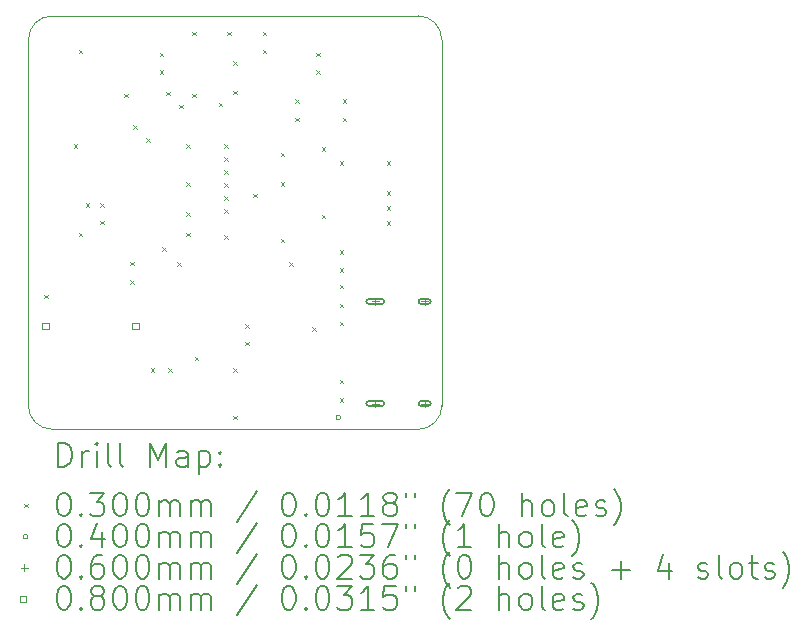
<source format=gbr>
%FSLAX45Y45*%
G04 Gerber Fmt 4.5, Leading zero omitted, Abs format (unit mm)*
G04 Created by KiCad (PCBNEW (6.0.4)) date 2023-08-29 14:34:25*
%MOMM*%
%LPD*%
G01*
G04 APERTURE LIST*
%TA.AperFunction,Profile*%
%ADD10C,0.100000*%
%TD*%
%ADD11C,0.200000*%
%ADD12C,0.030000*%
%ADD13C,0.040000*%
%ADD14C,0.060000*%
%ADD15C,0.080000*%
G04 APERTURE END LIST*
D10*
X17400000Y-8200000D02*
G75*
G03*
X17200000Y-8000000I-200000J0D01*
G01*
X17400000Y-8200000D02*
X17400000Y-11300000D01*
X14100000Y-8000000D02*
G75*
G03*
X13900000Y-8200000I0J-200000D01*
G01*
X17200000Y-11500000D02*
G75*
G03*
X17400000Y-11300000I0J200000D01*
G01*
X14100000Y-8000000D02*
X17200000Y-8000000D01*
X13900000Y-11300000D02*
X13900000Y-8200000D01*
X17200000Y-11500000D02*
X14100000Y-11500000D01*
X13900000Y-11300000D02*
G75*
G03*
X14100000Y-11500000I200000J0D01*
G01*
D11*
D12*
X14035000Y-10360000D02*
X14065000Y-10390000D01*
X14065000Y-10360000D02*
X14035000Y-10390000D01*
X14285000Y-9085000D02*
X14315000Y-9115000D01*
X14315000Y-9085000D02*
X14285000Y-9115000D01*
X14325000Y-8285000D02*
X14355000Y-8315000D01*
X14355000Y-8285000D02*
X14325000Y-8315000D01*
X14325000Y-9835000D02*
X14355000Y-9865000D01*
X14355000Y-9835000D02*
X14325000Y-9865000D01*
X14385000Y-9585000D02*
X14415000Y-9615000D01*
X14415000Y-9585000D02*
X14385000Y-9615000D01*
X14510000Y-9585000D02*
X14540000Y-9615000D01*
X14540000Y-9585000D02*
X14510000Y-9615000D01*
X14510000Y-9734000D02*
X14540000Y-9764000D01*
X14540000Y-9734000D02*
X14510000Y-9764000D01*
X14710000Y-8660000D02*
X14740000Y-8690000D01*
X14740000Y-8660000D02*
X14710000Y-8690000D01*
X14760000Y-10082500D02*
X14790000Y-10112500D01*
X14790000Y-10082500D02*
X14760000Y-10112500D01*
X14760000Y-10237500D02*
X14790000Y-10267500D01*
X14790000Y-10237500D02*
X14760000Y-10267500D01*
X14785745Y-8924654D02*
X14815745Y-8954654D01*
X14815745Y-8924654D02*
X14785745Y-8954654D01*
X14895346Y-9034255D02*
X14925346Y-9064255D01*
X14925346Y-9034255D02*
X14895346Y-9064255D01*
X14935000Y-10983000D02*
X14965000Y-11013000D01*
X14965000Y-10983000D02*
X14935000Y-11013000D01*
X15010000Y-8310000D02*
X15040000Y-8340000D01*
X15040000Y-8310000D02*
X15010000Y-8340000D01*
X15010000Y-8460000D02*
X15040000Y-8490000D01*
X15040000Y-8460000D02*
X15010000Y-8490000D01*
X15035000Y-9960000D02*
X15065000Y-9990000D01*
X15065000Y-9960000D02*
X15035000Y-9990000D01*
X15068588Y-8641811D02*
X15098588Y-8671811D01*
X15098588Y-8641811D02*
X15068588Y-8671811D01*
X15085000Y-10983000D02*
X15115000Y-11013000D01*
X15115000Y-10983000D02*
X15085000Y-11013000D01*
X15160000Y-10085000D02*
X15190000Y-10115000D01*
X15190000Y-10085000D02*
X15160000Y-10115000D01*
X15178189Y-8751412D02*
X15208189Y-8781412D01*
X15208189Y-8751412D02*
X15178189Y-8781412D01*
X15235000Y-9085000D02*
X15265000Y-9115000D01*
X15265000Y-9085000D02*
X15235000Y-9115000D01*
X15235000Y-9410000D02*
X15265000Y-9440000D01*
X15265000Y-9410000D02*
X15235000Y-9440000D01*
X15235000Y-9660000D02*
X15265000Y-9690000D01*
X15265000Y-9660000D02*
X15235000Y-9690000D01*
X15235000Y-9835000D02*
X15265000Y-9865000D01*
X15265000Y-9835000D02*
X15235000Y-9865000D01*
X15285000Y-8660000D02*
X15315000Y-8690000D01*
X15315000Y-8660000D02*
X15285000Y-8690000D01*
X15287500Y-8135000D02*
X15317500Y-8165000D01*
X15317500Y-8135000D02*
X15287500Y-8165000D01*
X15310000Y-10885000D02*
X15340000Y-10915000D01*
X15340000Y-10885000D02*
X15310000Y-10915000D01*
X15510000Y-8735000D02*
X15540000Y-8765000D01*
X15540000Y-8735000D02*
X15510000Y-8765000D01*
X15560000Y-9085000D02*
X15590000Y-9115000D01*
X15590000Y-9085000D02*
X15560000Y-9115000D01*
X15560000Y-9195000D02*
X15590000Y-9225000D01*
X15590000Y-9195000D02*
X15560000Y-9225000D01*
X15560000Y-9305000D02*
X15590000Y-9335000D01*
X15590000Y-9305000D02*
X15560000Y-9335000D01*
X15560000Y-9415000D02*
X15590000Y-9445000D01*
X15590000Y-9415000D02*
X15560000Y-9445000D01*
X15560000Y-9525000D02*
X15590000Y-9555000D01*
X15590000Y-9525000D02*
X15560000Y-9555000D01*
X15560000Y-9635000D02*
X15590000Y-9665000D01*
X15590000Y-9635000D02*
X15560000Y-9665000D01*
X15560000Y-9855000D02*
X15590000Y-9885000D01*
X15590000Y-9855000D02*
X15560000Y-9885000D01*
X15585000Y-8135000D02*
X15615000Y-8165000D01*
X15615000Y-8135000D02*
X15585000Y-8165000D01*
X15635000Y-8385000D02*
X15665000Y-8415000D01*
X15665000Y-8385000D02*
X15635000Y-8415000D01*
X15635000Y-8635000D02*
X15665000Y-8665000D01*
X15665000Y-8635000D02*
X15635000Y-8665000D01*
X15635000Y-10985000D02*
X15665000Y-11015000D01*
X15665000Y-10985000D02*
X15635000Y-11015000D01*
X15635000Y-11385000D02*
X15665000Y-11415000D01*
X15665000Y-11385000D02*
X15635000Y-11415000D01*
X15735000Y-10610000D02*
X15765000Y-10640000D01*
X15765000Y-10610000D02*
X15735000Y-10640000D01*
X15735000Y-10760000D02*
X15765000Y-10790000D01*
X15765000Y-10760000D02*
X15735000Y-10790000D01*
X15805000Y-9505000D02*
X15835000Y-9535000D01*
X15835000Y-9505000D02*
X15805000Y-9535000D01*
X15885000Y-8135000D02*
X15915000Y-8165000D01*
X15915000Y-8135000D02*
X15885000Y-8165000D01*
X15885000Y-8285000D02*
X15915000Y-8315000D01*
X15915000Y-8285000D02*
X15885000Y-8315000D01*
X16035000Y-9160000D02*
X16065000Y-9190000D01*
X16065000Y-9160000D02*
X16035000Y-9190000D01*
X16035000Y-9410000D02*
X16065000Y-9440000D01*
X16065000Y-9410000D02*
X16035000Y-9440000D01*
X16035000Y-9885000D02*
X16065000Y-9915000D01*
X16065000Y-9885000D02*
X16035000Y-9915000D01*
X16110000Y-10085000D02*
X16140000Y-10115000D01*
X16140000Y-10085000D02*
X16110000Y-10115000D01*
X16160000Y-8707500D02*
X16190000Y-8737500D01*
X16190000Y-8707500D02*
X16160000Y-8737500D01*
X16160000Y-8862500D02*
X16190000Y-8892500D01*
X16190000Y-8862500D02*
X16160000Y-8892500D01*
X16302500Y-10635000D02*
X16332500Y-10665000D01*
X16332500Y-10635000D02*
X16302500Y-10665000D01*
X16335000Y-8310000D02*
X16365000Y-8340000D01*
X16365000Y-8310000D02*
X16335000Y-8340000D01*
X16335000Y-8460000D02*
X16365000Y-8490000D01*
X16365000Y-8460000D02*
X16335000Y-8490000D01*
X16385000Y-9110000D02*
X16415000Y-9140000D01*
X16415000Y-9110000D02*
X16385000Y-9140000D01*
X16385000Y-9685000D02*
X16415000Y-9715000D01*
X16415000Y-9685000D02*
X16385000Y-9715000D01*
X16535000Y-9231000D02*
X16565000Y-9261000D01*
X16565000Y-9231000D02*
X16535000Y-9261000D01*
X16535000Y-9985000D02*
X16565000Y-10015000D01*
X16565000Y-9985000D02*
X16535000Y-10015000D01*
X16535000Y-10135000D02*
X16565000Y-10165000D01*
X16565000Y-10135000D02*
X16535000Y-10165000D01*
X16535000Y-10277500D02*
X16565000Y-10307500D01*
X16565000Y-10277500D02*
X16535000Y-10307500D01*
X16535000Y-10435000D02*
X16565000Y-10465000D01*
X16565000Y-10435000D02*
X16535000Y-10465000D01*
X16535000Y-10590000D02*
X16565000Y-10620000D01*
X16565000Y-10590000D02*
X16535000Y-10620000D01*
X16535000Y-11080000D02*
X16565000Y-11110000D01*
X16565000Y-11080000D02*
X16535000Y-11110000D01*
X16535000Y-11235000D02*
X16565000Y-11265000D01*
X16565000Y-11235000D02*
X16535000Y-11265000D01*
X16560000Y-8707500D02*
X16590000Y-8737500D01*
X16590000Y-8707500D02*
X16560000Y-8737500D01*
X16560000Y-8862500D02*
X16590000Y-8892500D01*
X16590000Y-8862500D02*
X16560000Y-8892500D01*
X16935000Y-9231000D02*
X16965000Y-9261000D01*
X16965000Y-9231000D02*
X16935000Y-9261000D01*
X16935000Y-9485000D02*
X16965000Y-9515000D01*
X16965000Y-9485000D02*
X16935000Y-9515000D01*
X16935000Y-9612000D02*
X16965000Y-9642000D01*
X16965000Y-9612000D02*
X16935000Y-9642000D01*
X16935000Y-9739000D02*
X16965000Y-9769000D01*
X16965000Y-9739000D02*
X16935000Y-9769000D01*
D13*
X16545000Y-11400000D02*
G75*
G03*
X16545000Y-11400000I-20000J0D01*
G01*
D14*
X16837000Y-10388000D02*
X16837000Y-10448000D01*
X16807000Y-10418000D02*
X16867000Y-10418000D01*
D11*
X16782000Y-10438000D02*
X16892000Y-10438000D01*
X16782000Y-10398000D02*
X16892000Y-10398000D01*
X16892000Y-10438000D02*
G75*
G03*
X16892000Y-10398000I0J20000D01*
G01*
X16782000Y-10398000D02*
G75*
G03*
X16782000Y-10438000I0J-20000D01*
G01*
D14*
X16837000Y-11252000D02*
X16837000Y-11312000D01*
X16807000Y-11282000D02*
X16867000Y-11282000D01*
D11*
X16782000Y-11302000D02*
X16892000Y-11302000D01*
X16782000Y-11262000D02*
X16892000Y-11262000D01*
X16892000Y-11302000D02*
G75*
G03*
X16892000Y-11262000I0J20000D01*
G01*
X16782000Y-11262000D02*
G75*
G03*
X16782000Y-11302000I0J-20000D01*
G01*
D14*
X17255000Y-10388000D02*
X17255000Y-10448000D01*
X17225000Y-10418000D02*
X17285000Y-10418000D01*
D11*
X17225000Y-10438000D02*
X17285000Y-10438000D01*
X17225000Y-10398000D02*
X17285000Y-10398000D01*
X17285000Y-10438000D02*
G75*
G03*
X17285000Y-10398000I0J20000D01*
G01*
X17225000Y-10398000D02*
G75*
G03*
X17225000Y-10438000I0J-20000D01*
G01*
D14*
X17255000Y-11252000D02*
X17255000Y-11312000D01*
X17225000Y-11282000D02*
X17285000Y-11282000D01*
D11*
X17225000Y-11302000D02*
X17285000Y-11302000D01*
X17225000Y-11262000D02*
X17285000Y-11262000D01*
X17285000Y-11302000D02*
G75*
G03*
X17285000Y-11262000I0J20000D01*
G01*
X17225000Y-11262000D02*
G75*
G03*
X17225000Y-11302000I0J-20000D01*
G01*
D15*
X14071284Y-10653285D02*
X14071284Y-10596716D01*
X14014715Y-10596716D01*
X14014715Y-10653285D01*
X14071284Y-10653285D01*
X14833284Y-10653285D02*
X14833284Y-10596716D01*
X14776715Y-10596716D01*
X14776715Y-10653285D01*
X14833284Y-10653285D01*
D11*
X14152619Y-11815476D02*
X14152619Y-11615476D01*
X14200238Y-11615476D01*
X14228809Y-11625000D01*
X14247857Y-11644048D01*
X14257381Y-11663095D01*
X14266905Y-11701190D01*
X14266905Y-11729762D01*
X14257381Y-11767857D01*
X14247857Y-11786905D01*
X14228809Y-11805952D01*
X14200238Y-11815476D01*
X14152619Y-11815476D01*
X14352619Y-11815476D02*
X14352619Y-11682143D01*
X14352619Y-11720238D02*
X14362143Y-11701190D01*
X14371667Y-11691667D01*
X14390714Y-11682143D01*
X14409762Y-11682143D01*
X14476428Y-11815476D02*
X14476428Y-11682143D01*
X14476428Y-11615476D02*
X14466905Y-11625000D01*
X14476428Y-11634524D01*
X14485952Y-11625000D01*
X14476428Y-11615476D01*
X14476428Y-11634524D01*
X14600238Y-11815476D02*
X14581190Y-11805952D01*
X14571667Y-11786905D01*
X14571667Y-11615476D01*
X14705000Y-11815476D02*
X14685952Y-11805952D01*
X14676428Y-11786905D01*
X14676428Y-11615476D01*
X14933571Y-11815476D02*
X14933571Y-11615476D01*
X15000238Y-11758333D01*
X15066905Y-11615476D01*
X15066905Y-11815476D01*
X15247857Y-11815476D02*
X15247857Y-11710714D01*
X15238333Y-11691667D01*
X15219286Y-11682143D01*
X15181190Y-11682143D01*
X15162143Y-11691667D01*
X15247857Y-11805952D02*
X15228809Y-11815476D01*
X15181190Y-11815476D01*
X15162143Y-11805952D01*
X15152619Y-11786905D01*
X15152619Y-11767857D01*
X15162143Y-11748809D01*
X15181190Y-11739286D01*
X15228809Y-11739286D01*
X15247857Y-11729762D01*
X15343095Y-11682143D02*
X15343095Y-11882143D01*
X15343095Y-11691667D02*
X15362143Y-11682143D01*
X15400238Y-11682143D01*
X15419286Y-11691667D01*
X15428809Y-11701190D01*
X15438333Y-11720238D01*
X15438333Y-11777381D01*
X15428809Y-11796428D01*
X15419286Y-11805952D01*
X15400238Y-11815476D01*
X15362143Y-11815476D01*
X15343095Y-11805952D01*
X15524048Y-11796428D02*
X15533571Y-11805952D01*
X15524048Y-11815476D01*
X15514524Y-11805952D01*
X15524048Y-11796428D01*
X15524048Y-11815476D01*
X15524048Y-11691667D02*
X15533571Y-11701190D01*
X15524048Y-11710714D01*
X15514524Y-11701190D01*
X15524048Y-11691667D01*
X15524048Y-11710714D01*
D12*
X13865000Y-12130000D02*
X13895000Y-12160000D01*
X13895000Y-12130000D02*
X13865000Y-12160000D01*
D11*
X14190714Y-12035476D02*
X14209762Y-12035476D01*
X14228809Y-12045000D01*
X14238333Y-12054524D01*
X14247857Y-12073571D01*
X14257381Y-12111667D01*
X14257381Y-12159286D01*
X14247857Y-12197381D01*
X14238333Y-12216428D01*
X14228809Y-12225952D01*
X14209762Y-12235476D01*
X14190714Y-12235476D01*
X14171667Y-12225952D01*
X14162143Y-12216428D01*
X14152619Y-12197381D01*
X14143095Y-12159286D01*
X14143095Y-12111667D01*
X14152619Y-12073571D01*
X14162143Y-12054524D01*
X14171667Y-12045000D01*
X14190714Y-12035476D01*
X14343095Y-12216428D02*
X14352619Y-12225952D01*
X14343095Y-12235476D01*
X14333571Y-12225952D01*
X14343095Y-12216428D01*
X14343095Y-12235476D01*
X14419286Y-12035476D02*
X14543095Y-12035476D01*
X14476428Y-12111667D01*
X14505000Y-12111667D01*
X14524048Y-12121190D01*
X14533571Y-12130714D01*
X14543095Y-12149762D01*
X14543095Y-12197381D01*
X14533571Y-12216428D01*
X14524048Y-12225952D01*
X14505000Y-12235476D01*
X14447857Y-12235476D01*
X14428809Y-12225952D01*
X14419286Y-12216428D01*
X14666905Y-12035476D02*
X14685952Y-12035476D01*
X14705000Y-12045000D01*
X14714524Y-12054524D01*
X14724048Y-12073571D01*
X14733571Y-12111667D01*
X14733571Y-12159286D01*
X14724048Y-12197381D01*
X14714524Y-12216428D01*
X14705000Y-12225952D01*
X14685952Y-12235476D01*
X14666905Y-12235476D01*
X14647857Y-12225952D01*
X14638333Y-12216428D01*
X14628809Y-12197381D01*
X14619286Y-12159286D01*
X14619286Y-12111667D01*
X14628809Y-12073571D01*
X14638333Y-12054524D01*
X14647857Y-12045000D01*
X14666905Y-12035476D01*
X14857381Y-12035476D02*
X14876428Y-12035476D01*
X14895476Y-12045000D01*
X14905000Y-12054524D01*
X14914524Y-12073571D01*
X14924048Y-12111667D01*
X14924048Y-12159286D01*
X14914524Y-12197381D01*
X14905000Y-12216428D01*
X14895476Y-12225952D01*
X14876428Y-12235476D01*
X14857381Y-12235476D01*
X14838333Y-12225952D01*
X14828809Y-12216428D01*
X14819286Y-12197381D01*
X14809762Y-12159286D01*
X14809762Y-12111667D01*
X14819286Y-12073571D01*
X14828809Y-12054524D01*
X14838333Y-12045000D01*
X14857381Y-12035476D01*
X15009762Y-12235476D02*
X15009762Y-12102143D01*
X15009762Y-12121190D02*
X15019286Y-12111667D01*
X15038333Y-12102143D01*
X15066905Y-12102143D01*
X15085952Y-12111667D01*
X15095476Y-12130714D01*
X15095476Y-12235476D01*
X15095476Y-12130714D02*
X15105000Y-12111667D01*
X15124048Y-12102143D01*
X15152619Y-12102143D01*
X15171667Y-12111667D01*
X15181190Y-12130714D01*
X15181190Y-12235476D01*
X15276428Y-12235476D02*
X15276428Y-12102143D01*
X15276428Y-12121190D02*
X15285952Y-12111667D01*
X15305000Y-12102143D01*
X15333571Y-12102143D01*
X15352619Y-12111667D01*
X15362143Y-12130714D01*
X15362143Y-12235476D01*
X15362143Y-12130714D02*
X15371667Y-12111667D01*
X15390714Y-12102143D01*
X15419286Y-12102143D01*
X15438333Y-12111667D01*
X15447857Y-12130714D01*
X15447857Y-12235476D01*
X15838333Y-12025952D02*
X15666905Y-12283095D01*
X16095476Y-12035476D02*
X16114524Y-12035476D01*
X16133571Y-12045000D01*
X16143095Y-12054524D01*
X16152619Y-12073571D01*
X16162143Y-12111667D01*
X16162143Y-12159286D01*
X16152619Y-12197381D01*
X16143095Y-12216428D01*
X16133571Y-12225952D01*
X16114524Y-12235476D01*
X16095476Y-12235476D01*
X16076428Y-12225952D01*
X16066905Y-12216428D01*
X16057381Y-12197381D01*
X16047857Y-12159286D01*
X16047857Y-12111667D01*
X16057381Y-12073571D01*
X16066905Y-12054524D01*
X16076428Y-12045000D01*
X16095476Y-12035476D01*
X16247857Y-12216428D02*
X16257381Y-12225952D01*
X16247857Y-12235476D01*
X16238333Y-12225952D01*
X16247857Y-12216428D01*
X16247857Y-12235476D01*
X16381190Y-12035476D02*
X16400238Y-12035476D01*
X16419286Y-12045000D01*
X16428809Y-12054524D01*
X16438333Y-12073571D01*
X16447857Y-12111667D01*
X16447857Y-12159286D01*
X16438333Y-12197381D01*
X16428809Y-12216428D01*
X16419286Y-12225952D01*
X16400238Y-12235476D01*
X16381190Y-12235476D01*
X16362143Y-12225952D01*
X16352619Y-12216428D01*
X16343095Y-12197381D01*
X16333571Y-12159286D01*
X16333571Y-12111667D01*
X16343095Y-12073571D01*
X16352619Y-12054524D01*
X16362143Y-12045000D01*
X16381190Y-12035476D01*
X16638333Y-12235476D02*
X16524048Y-12235476D01*
X16581190Y-12235476D02*
X16581190Y-12035476D01*
X16562143Y-12064048D01*
X16543095Y-12083095D01*
X16524048Y-12092619D01*
X16828810Y-12235476D02*
X16714524Y-12235476D01*
X16771667Y-12235476D02*
X16771667Y-12035476D01*
X16752619Y-12064048D01*
X16733571Y-12083095D01*
X16714524Y-12092619D01*
X16943095Y-12121190D02*
X16924048Y-12111667D01*
X16914524Y-12102143D01*
X16905000Y-12083095D01*
X16905000Y-12073571D01*
X16914524Y-12054524D01*
X16924048Y-12045000D01*
X16943095Y-12035476D01*
X16981190Y-12035476D01*
X17000238Y-12045000D01*
X17009762Y-12054524D01*
X17019286Y-12073571D01*
X17019286Y-12083095D01*
X17009762Y-12102143D01*
X17000238Y-12111667D01*
X16981190Y-12121190D01*
X16943095Y-12121190D01*
X16924048Y-12130714D01*
X16914524Y-12140238D01*
X16905000Y-12159286D01*
X16905000Y-12197381D01*
X16914524Y-12216428D01*
X16924048Y-12225952D01*
X16943095Y-12235476D01*
X16981190Y-12235476D01*
X17000238Y-12225952D01*
X17009762Y-12216428D01*
X17019286Y-12197381D01*
X17019286Y-12159286D01*
X17009762Y-12140238D01*
X17000238Y-12130714D01*
X16981190Y-12121190D01*
X17095476Y-12035476D02*
X17095476Y-12073571D01*
X17171667Y-12035476D02*
X17171667Y-12073571D01*
X17466905Y-12311667D02*
X17457381Y-12302143D01*
X17438333Y-12273571D01*
X17428810Y-12254524D01*
X17419286Y-12225952D01*
X17409762Y-12178333D01*
X17409762Y-12140238D01*
X17419286Y-12092619D01*
X17428810Y-12064048D01*
X17438333Y-12045000D01*
X17457381Y-12016428D01*
X17466905Y-12006905D01*
X17524048Y-12035476D02*
X17657381Y-12035476D01*
X17571667Y-12235476D01*
X17771667Y-12035476D02*
X17790714Y-12035476D01*
X17809762Y-12045000D01*
X17819286Y-12054524D01*
X17828810Y-12073571D01*
X17838333Y-12111667D01*
X17838333Y-12159286D01*
X17828810Y-12197381D01*
X17819286Y-12216428D01*
X17809762Y-12225952D01*
X17790714Y-12235476D01*
X17771667Y-12235476D01*
X17752619Y-12225952D01*
X17743095Y-12216428D01*
X17733571Y-12197381D01*
X17724048Y-12159286D01*
X17724048Y-12111667D01*
X17733571Y-12073571D01*
X17743095Y-12054524D01*
X17752619Y-12045000D01*
X17771667Y-12035476D01*
X18076429Y-12235476D02*
X18076429Y-12035476D01*
X18162143Y-12235476D02*
X18162143Y-12130714D01*
X18152619Y-12111667D01*
X18133571Y-12102143D01*
X18105000Y-12102143D01*
X18085952Y-12111667D01*
X18076429Y-12121190D01*
X18285952Y-12235476D02*
X18266905Y-12225952D01*
X18257381Y-12216428D01*
X18247857Y-12197381D01*
X18247857Y-12140238D01*
X18257381Y-12121190D01*
X18266905Y-12111667D01*
X18285952Y-12102143D01*
X18314524Y-12102143D01*
X18333571Y-12111667D01*
X18343095Y-12121190D01*
X18352619Y-12140238D01*
X18352619Y-12197381D01*
X18343095Y-12216428D01*
X18333571Y-12225952D01*
X18314524Y-12235476D01*
X18285952Y-12235476D01*
X18466905Y-12235476D02*
X18447857Y-12225952D01*
X18438333Y-12206905D01*
X18438333Y-12035476D01*
X18619286Y-12225952D02*
X18600238Y-12235476D01*
X18562143Y-12235476D01*
X18543095Y-12225952D01*
X18533571Y-12206905D01*
X18533571Y-12130714D01*
X18543095Y-12111667D01*
X18562143Y-12102143D01*
X18600238Y-12102143D01*
X18619286Y-12111667D01*
X18628810Y-12130714D01*
X18628810Y-12149762D01*
X18533571Y-12168809D01*
X18705000Y-12225952D02*
X18724048Y-12235476D01*
X18762143Y-12235476D01*
X18781190Y-12225952D01*
X18790714Y-12206905D01*
X18790714Y-12197381D01*
X18781190Y-12178333D01*
X18762143Y-12168809D01*
X18733571Y-12168809D01*
X18714524Y-12159286D01*
X18705000Y-12140238D01*
X18705000Y-12130714D01*
X18714524Y-12111667D01*
X18733571Y-12102143D01*
X18762143Y-12102143D01*
X18781190Y-12111667D01*
X18857381Y-12311667D02*
X18866905Y-12302143D01*
X18885952Y-12273571D01*
X18895476Y-12254524D01*
X18905000Y-12225952D01*
X18914524Y-12178333D01*
X18914524Y-12140238D01*
X18905000Y-12092619D01*
X18895476Y-12064048D01*
X18885952Y-12045000D01*
X18866905Y-12016428D01*
X18857381Y-12006905D01*
D13*
X13895000Y-12409000D02*
G75*
G03*
X13895000Y-12409000I-20000J0D01*
G01*
D11*
X14190714Y-12299476D02*
X14209762Y-12299476D01*
X14228809Y-12309000D01*
X14238333Y-12318524D01*
X14247857Y-12337571D01*
X14257381Y-12375667D01*
X14257381Y-12423286D01*
X14247857Y-12461381D01*
X14238333Y-12480428D01*
X14228809Y-12489952D01*
X14209762Y-12499476D01*
X14190714Y-12499476D01*
X14171667Y-12489952D01*
X14162143Y-12480428D01*
X14152619Y-12461381D01*
X14143095Y-12423286D01*
X14143095Y-12375667D01*
X14152619Y-12337571D01*
X14162143Y-12318524D01*
X14171667Y-12309000D01*
X14190714Y-12299476D01*
X14343095Y-12480428D02*
X14352619Y-12489952D01*
X14343095Y-12499476D01*
X14333571Y-12489952D01*
X14343095Y-12480428D01*
X14343095Y-12499476D01*
X14524048Y-12366143D02*
X14524048Y-12499476D01*
X14476428Y-12289952D02*
X14428809Y-12432809D01*
X14552619Y-12432809D01*
X14666905Y-12299476D02*
X14685952Y-12299476D01*
X14705000Y-12309000D01*
X14714524Y-12318524D01*
X14724048Y-12337571D01*
X14733571Y-12375667D01*
X14733571Y-12423286D01*
X14724048Y-12461381D01*
X14714524Y-12480428D01*
X14705000Y-12489952D01*
X14685952Y-12499476D01*
X14666905Y-12499476D01*
X14647857Y-12489952D01*
X14638333Y-12480428D01*
X14628809Y-12461381D01*
X14619286Y-12423286D01*
X14619286Y-12375667D01*
X14628809Y-12337571D01*
X14638333Y-12318524D01*
X14647857Y-12309000D01*
X14666905Y-12299476D01*
X14857381Y-12299476D02*
X14876428Y-12299476D01*
X14895476Y-12309000D01*
X14905000Y-12318524D01*
X14914524Y-12337571D01*
X14924048Y-12375667D01*
X14924048Y-12423286D01*
X14914524Y-12461381D01*
X14905000Y-12480428D01*
X14895476Y-12489952D01*
X14876428Y-12499476D01*
X14857381Y-12499476D01*
X14838333Y-12489952D01*
X14828809Y-12480428D01*
X14819286Y-12461381D01*
X14809762Y-12423286D01*
X14809762Y-12375667D01*
X14819286Y-12337571D01*
X14828809Y-12318524D01*
X14838333Y-12309000D01*
X14857381Y-12299476D01*
X15009762Y-12499476D02*
X15009762Y-12366143D01*
X15009762Y-12385190D02*
X15019286Y-12375667D01*
X15038333Y-12366143D01*
X15066905Y-12366143D01*
X15085952Y-12375667D01*
X15095476Y-12394714D01*
X15095476Y-12499476D01*
X15095476Y-12394714D02*
X15105000Y-12375667D01*
X15124048Y-12366143D01*
X15152619Y-12366143D01*
X15171667Y-12375667D01*
X15181190Y-12394714D01*
X15181190Y-12499476D01*
X15276428Y-12499476D02*
X15276428Y-12366143D01*
X15276428Y-12385190D02*
X15285952Y-12375667D01*
X15305000Y-12366143D01*
X15333571Y-12366143D01*
X15352619Y-12375667D01*
X15362143Y-12394714D01*
X15362143Y-12499476D01*
X15362143Y-12394714D02*
X15371667Y-12375667D01*
X15390714Y-12366143D01*
X15419286Y-12366143D01*
X15438333Y-12375667D01*
X15447857Y-12394714D01*
X15447857Y-12499476D01*
X15838333Y-12289952D02*
X15666905Y-12547095D01*
X16095476Y-12299476D02*
X16114524Y-12299476D01*
X16133571Y-12309000D01*
X16143095Y-12318524D01*
X16152619Y-12337571D01*
X16162143Y-12375667D01*
X16162143Y-12423286D01*
X16152619Y-12461381D01*
X16143095Y-12480428D01*
X16133571Y-12489952D01*
X16114524Y-12499476D01*
X16095476Y-12499476D01*
X16076428Y-12489952D01*
X16066905Y-12480428D01*
X16057381Y-12461381D01*
X16047857Y-12423286D01*
X16047857Y-12375667D01*
X16057381Y-12337571D01*
X16066905Y-12318524D01*
X16076428Y-12309000D01*
X16095476Y-12299476D01*
X16247857Y-12480428D02*
X16257381Y-12489952D01*
X16247857Y-12499476D01*
X16238333Y-12489952D01*
X16247857Y-12480428D01*
X16247857Y-12499476D01*
X16381190Y-12299476D02*
X16400238Y-12299476D01*
X16419286Y-12309000D01*
X16428809Y-12318524D01*
X16438333Y-12337571D01*
X16447857Y-12375667D01*
X16447857Y-12423286D01*
X16438333Y-12461381D01*
X16428809Y-12480428D01*
X16419286Y-12489952D01*
X16400238Y-12499476D01*
X16381190Y-12499476D01*
X16362143Y-12489952D01*
X16352619Y-12480428D01*
X16343095Y-12461381D01*
X16333571Y-12423286D01*
X16333571Y-12375667D01*
X16343095Y-12337571D01*
X16352619Y-12318524D01*
X16362143Y-12309000D01*
X16381190Y-12299476D01*
X16638333Y-12499476D02*
X16524048Y-12499476D01*
X16581190Y-12499476D02*
X16581190Y-12299476D01*
X16562143Y-12328048D01*
X16543095Y-12347095D01*
X16524048Y-12356619D01*
X16819286Y-12299476D02*
X16724048Y-12299476D01*
X16714524Y-12394714D01*
X16724048Y-12385190D01*
X16743095Y-12375667D01*
X16790714Y-12375667D01*
X16809762Y-12385190D01*
X16819286Y-12394714D01*
X16828810Y-12413762D01*
X16828810Y-12461381D01*
X16819286Y-12480428D01*
X16809762Y-12489952D01*
X16790714Y-12499476D01*
X16743095Y-12499476D01*
X16724048Y-12489952D01*
X16714524Y-12480428D01*
X16895476Y-12299476D02*
X17028810Y-12299476D01*
X16943095Y-12499476D01*
X17095476Y-12299476D02*
X17095476Y-12337571D01*
X17171667Y-12299476D02*
X17171667Y-12337571D01*
X17466905Y-12575667D02*
X17457381Y-12566143D01*
X17438333Y-12537571D01*
X17428810Y-12518524D01*
X17419286Y-12489952D01*
X17409762Y-12442333D01*
X17409762Y-12404238D01*
X17419286Y-12356619D01*
X17428810Y-12328048D01*
X17438333Y-12309000D01*
X17457381Y-12280428D01*
X17466905Y-12270905D01*
X17647857Y-12499476D02*
X17533571Y-12499476D01*
X17590714Y-12499476D02*
X17590714Y-12299476D01*
X17571667Y-12328048D01*
X17552619Y-12347095D01*
X17533571Y-12356619D01*
X17885952Y-12499476D02*
X17885952Y-12299476D01*
X17971667Y-12499476D02*
X17971667Y-12394714D01*
X17962143Y-12375667D01*
X17943095Y-12366143D01*
X17914524Y-12366143D01*
X17895476Y-12375667D01*
X17885952Y-12385190D01*
X18095476Y-12499476D02*
X18076429Y-12489952D01*
X18066905Y-12480428D01*
X18057381Y-12461381D01*
X18057381Y-12404238D01*
X18066905Y-12385190D01*
X18076429Y-12375667D01*
X18095476Y-12366143D01*
X18124048Y-12366143D01*
X18143095Y-12375667D01*
X18152619Y-12385190D01*
X18162143Y-12404238D01*
X18162143Y-12461381D01*
X18152619Y-12480428D01*
X18143095Y-12489952D01*
X18124048Y-12499476D01*
X18095476Y-12499476D01*
X18276429Y-12499476D02*
X18257381Y-12489952D01*
X18247857Y-12470905D01*
X18247857Y-12299476D01*
X18428810Y-12489952D02*
X18409762Y-12499476D01*
X18371667Y-12499476D01*
X18352619Y-12489952D01*
X18343095Y-12470905D01*
X18343095Y-12394714D01*
X18352619Y-12375667D01*
X18371667Y-12366143D01*
X18409762Y-12366143D01*
X18428810Y-12375667D01*
X18438333Y-12394714D01*
X18438333Y-12413762D01*
X18343095Y-12432809D01*
X18505000Y-12575667D02*
X18514524Y-12566143D01*
X18533571Y-12537571D01*
X18543095Y-12518524D01*
X18552619Y-12489952D01*
X18562143Y-12442333D01*
X18562143Y-12404238D01*
X18552619Y-12356619D01*
X18543095Y-12328048D01*
X18533571Y-12309000D01*
X18514524Y-12280428D01*
X18505000Y-12270905D01*
D14*
X13865000Y-12643000D02*
X13865000Y-12703000D01*
X13835000Y-12673000D02*
X13895000Y-12673000D01*
D11*
X14190714Y-12563476D02*
X14209762Y-12563476D01*
X14228809Y-12573000D01*
X14238333Y-12582524D01*
X14247857Y-12601571D01*
X14257381Y-12639667D01*
X14257381Y-12687286D01*
X14247857Y-12725381D01*
X14238333Y-12744428D01*
X14228809Y-12753952D01*
X14209762Y-12763476D01*
X14190714Y-12763476D01*
X14171667Y-12753952D01*
X14162143Y-12744428D01*
X14152619Y-12725381D01*
X14143095Y-12687286D01*
X14143095Y-12639667D01*
X14152619Y-12601571D01*
X14162143Y-12582524D01*
X14171667Y-12573000D01*
X14190714Y-12563476D01*
X14343095Y-12744428D02*
X14352619Y-12753952D01*
X14343095Y-12763476D01*
X14333571Y-12753952D01*
X14343095Y-12744428D01*
X14343095Y-12763476D01*
X14524048Y-12563476D02*
X14485952Y-12563476D01*
X14466905Y-12573000D01*
X14457381Y-12582524D01*
X14438333Y-12611095D01*
X14428809Y-12649190D01*
X14428809Y-12725381D01*
X14438333Y-12744428D01*
X14447857Y-12753952D01*
X14466905Y-12763476D01*
X14505000Y-12763476D01*
X14524048Y-12753952D01*
X14533571Y-12744428D01*
X14543095Y-12725381D01*
X14543095Y-12677762D01*
X14533571Y-12658714D01*
X14524048Y-12649190D01*
X14505000Y-12639667D01*
X14466905Y-12639667D01*
X14447857Y-12649190D01*
X14438333Y-12658714D01*
X14428809Y-12677762D01*
X14666905Y-12563476D02*
X14685952Y-12563476D01*
X14705000Y-12573000D01*
X14714524Y-12582524D01*
X14724048Y-12601571D01*
X14733571Y-12639667D01*
X14733571Y-12687286D01*
X14724048Y-12725381D01*
X14714524Y-12744428D01*
X14705000Y-12753952D01*
X14685952Y-12763476D01*
X14666905Y-12763476D01*
X14647857Y-12753952D01*
X14638333Y-12744428D01*
X14628809Y-12725381D01*
X14619286Y-12687286D01*
X14619286Y-12639667D01*
X14628809Y-12601571D01*
X14638333Y-12582524D01*
X14647857Y-12573000D01*
X14666905Y-12563476D01*
X14857381Y-12563476D02*
X14876428Y-12563476D01*
X14895476Y-12573000D01*
X14905000Y-12582524D01*
X14914524Y-12601571D01*
X14924048Y-12639667D01*
X14924048Y-12687286D01*
X14914524Y-12725381D01*
X14905000Y-12744428D01*
X14895476Y-12753952D01*
X14876428Y-12763476D01*
X14857381Y-12763476D01*
X14838333Y-12753952D01*
X14828809Y-12744428D01*
X14819286Y-12725381D01*
X14809762Y-12687286D01*
X14809762Y-12639667D01*
X14819286Y-12601571D01*
X14828809Y-12582524D01*
X14838333Y-12573000D01*
X14857381Y-12563476D01*
X15009762Y-12763476D02*
X15009762Y-12630143D01*
X15009762Y-12649190D02*
X15019286Y-12639667D01*
X15038333Y-12630143D01*
X15066905Y-12630143D01*
X15085952Y-12639667D01*
X15095476Y-12658714D01*
X15095476Y-12763476D01*
X15095476Y-12658714D02*
X15105000Y-12639667D01*
X15124048Y-12630143D01*
X15152619Y-12630143D01*
X15171667Y-12639667D01*
X15181190Y-12658714D01*
X15181190Y-12763476D01*
X15276428Y-12763476D02*
X15276428Y-12630143D01*
X15276428Y-12649190D02*
X15285952Y-12639667D01*
X15305000Y-12630143D01*
X15333571Y-12630143D01*
X15352619Y-12639667D01*
X15362143Y-12658714D01*
X15362143Y-12763476D01*
X15362143Y-12658714D02*
X15371667Y-12639667D01*
X15390714Y-12630143D01*
X15419286Y-12630143D01*
X15438333Y-12639667D01*
X15447857Y-12658714D01*
X15447857Y-12763476D01*
X15838333Y-12553952D02*
X15666905Y-12811095D01*
X16095476Y-12563476D02*
X16114524Y-12563476D01*
X16133571Y-12573000D01*
X16143095Y-12582524D01*
X16152619Y-12601571D01*
X16162143Y-12639667D01*
X16162143Y-12687286D01*
X16152619Y-12725381D01*
X16143095Y-12744428D01*
X16133571Y-12753952D01*
X16114524Y-12763476D01*
X16095476Y-12763476D01*
X16076428Y-12753952D01*
X16066905Y-12744428D01*
X16057381Y-12725381D01*
X16047857Y-12687286D01*
X16047857Y-12639667D01*
X16057381Y-12601571D01*
X16066905Y-12582524D01*
X16076428Y-12573000D01*
X16095476Y-12563476D01*
X16247857Y-12744428D02*
X16257381Y-12753952D01*
X16247857Y-12763476D01*
X16238333Y-12753952D01*
X16247857Y-12744428D01*
X16247857Y-12763476D01*
X16381190Y-12563476D02*
X16400238Y-12563476D01*
X16419286Y-12573000D01*
X16428809Y-12582524D01*
X16438333Y-12601571D01*
X16447857Y-12639667D01*
X16447857Y-12687286D01*
X16438333Y-12725381D01*
X16428809Y-12744428D01*
X16419286Y-12753952D01*
X16400238Y-12763476D01*
X16381190Y-12763476D01*
X16362143Y-12753952D01*
X16352619Y-12744428D01*
X16343095Y-12725381D01*
X16333571Y-12687286D01*
X16333571Y-12639667D01*
X16343095Y-12601571D01*
X16352619Y-12582524D01*
X16362143Y-12573000D01*
X16381190Y-12563476D01*
X16524048Y-12582524D02*
X16533571Y-12573000D01*
X16552619Y-12563476D01*
X16600238Y-12563476D01*
X16619286Y-12573000D01*
X16628809Y-12582524D01*
X16638333Y-12601571D01*
X16638333Y-12620619D01*
X16628809Y-12649190D01*
X16514524Y-12763476D01*
X16638333Y-12763476D01*
X16705000Y-12563476D02*
X16828810Y-12563476D01*
X16762143Y-12639667D01*
X16790714Y-12639667D01*
X16809762Y-12649190D01*
X16819286Y-12658714D01*
X16828810Y-12677762D01*
X16828810Y-12725381D01*
X16819286Y-12744428D01*
X16809762Y-12753952D01*
X16790714Y-12763476D01*
X16733571Y-12763476D01*
X16714524Y-12753952D01*
X16705000Y-12744428D01*
X17000238Y-12563476D02*
X16962143Y-12563476D01*
X16943095Y-12573000D01*
X16933571Y-12582524D01*
X16914524Y-12611095D01*
X16905000Y-12649190D01*
X16905000Y-12725381D01*
X16914524Y-12744428D01*
X16924048Y-12753952D01*
X16943095Y-12763476D01*
X16981190Y-12763476D01*
X17000238Y-12753952D01*
X17009762Y-12744428D01*
X17019286Y-12725381D01*
X17019286Y-12677762D01*
X17009762Y-12658714D01*
X17000238Y-12649190D01*
X16981190Y-12639667D01*
X16943095Y-12639667D01*
X16924048Y-12649190D01*
X16914524Y-12658714D01*
X16905000Y-12677762D01*
X17095476Y-12563476D02*
X17095476Y-12601571D01*
X17171667Y-12563476D02*
X17171667Y-12601571D01*
X17466905Y-12839667D02*
X17457381Y-12830143D01*
X17438333Y-12801571D01*
X17428810Y-12782524D01*
X17419286Y-12753952D01*
X17409762Y-12706333D01*
X17409762Y-12668238D01*
X17419286Y-12620619D01*
X17428810Y-12592048D01*
X17438333Y-12573000D01*
X17457381Y-12544428D01*
X17466905Y-12534905D01*
X17581190Y-12563476D02*
X17600238Y-12563476D01*
X17619286Y-12573000D01*
X17628810Y-12582524D01*
X17638333Y-12601571D01*
X17647857Y-12639667D01*
X17647857Y-12687286D01*
X17638333Y-12725381D01*
X17628810Y-12744428D01*
X17619286Y-12753952D01*
X17600238Y-12763476D01*
X17581190Y-12763476D01*
X17562143Y-12753952D01*
X17552619Y-12744428D01*
X17543095Y-12725381D01*
X17533571Y-12687286D01*
X17533571Y-12639667D01*
X17543095Y-12601571D01*
X17552619Y-12582524D01*
X17562143Y-12573000D01*
X17581190Y-12563476D01*
X17885952Y-12763476D02*
X17885952Y-12563476D01*
X17971667Y-12763476D02*
X17971667Y-12658714D01*
X17962143Y-12639667D01*
X17943095Y-12630143D01*
X17914524Y-12630143D01*
X17895476Y-12639667D01*
X17885952Y-12649190D01*
X18095476Y-12763476D02*
X18076429Y-12753952D01*
X18066905Y-12744428D01*
X18057381Y-12725381D01*
X18057381Y-12668238D01*
X18066905Y-12649190D01*
X18076429Y-12639667D01*
X18095476Y-12630143D01*
X18124048Y-12630143D01*
X18143095Y-12639667D01*
X18152619Y-12649190D01*
X18162143Y-12668238D01*
X18162143Y-12725381D01*
X18152619Y-12744428D01*
X18143095Y-12753952D01*
X18124048Y-12763476D01*
X18095476Y-12763476D01*
X18276429Y-12763476D02*
X18257381Y-12753952D01*
X18247857Y-12734905D01*
X18247857Y-12563476D01*
X18428810Y-12753952D02*
X18409762Y-12763476D01*
X18371667Y-12763476D01*
X18352619Y-12753952D01*
X18343095Y-12734905D01*
X18343095Y-12658714D01*
X18352619Y-12639667D01*
X18371667Y-12630143D01*
X18409762Y-12630143D01*
X18428810Y-12639667D01*
X18438333Y-12658714D01*
X18438333Y-12677762D01*
X18343095Y-12696809D01*
X18514524Y-12753952D02*
X18533571Y-12763476D01*
X18571667Y-12763476D01*
X18590714Y-12753952D01*
X18600238Y-12734905D01*
X18600238Y-12725381D01*
X18590714Y-12706333D01*
X18571667Y-12696809D01*
X18543095Y-12696809D01*
X18524048Y-12687286D01*
X18514524Y-12668238D01*
X18514524Y-12658714D01*
X18524048Y-12639667D01*
X18543095Y-12630143D01*
X18571667Y-12630143D01*
X18590714Y-12639667D01*
X18838333Y-12687286D02*
X18990714Y-12687286D01*
X18914524Y-12763476D02*
X18914524Y-12611095D01*
X19324048Y-12630143D02*
X19324048Y-12763476D01*
X19276429Y-12553952D02*
X19228810Y-12696809D01*
X19352619Y-12696809D01*
X19571667Y-12753952D02*
X19590714Y-12763476D01*
X19628810Y-12763476D01*
X19647857Y-12753952D01*
X19657381Y-12734905D01*
X19657381Y-12725381D01*
X19647857Y-12706333D01*
X19628810Y-12696809D01*
X19600238Y-12696809D01*
X19581190Y-12687286D01*
X19571667Y-12668238D01*
X19571667Y-12658714D01*
X19581190Y-12639667D01*
X19600238Y-12630143D01*
X19628810Y-12630143D01*
X19647857Y-12639667D01*
X19771667Y-12763476D02*
X19752619Y-12753952D01*
X19743095Y-12734905D01*
X19743095Y-12563476D01*
X19876429Y-12763476D02*
X19857381Y-12753952D01*
X19847857Y-12744428D01*
X19838333Y-12725381D01*
X19838333Y-12668238D01*
X19847857Y-12649190D01*
X19857381Y-12639667D01*
X19876429Y-12630143D01*
X19905000Y-12630143D01*
X19924048Y-12639667D01*
X19933571Y-12649190D01*
X19943095Y-12668238D01*
X19943095Y-12725381D01*
X19933571Y-12744428D01*
X19924048Y-12753952D01*
X19905000Y-12763476D01*
X19876429Y-12763476D01*
X20000238Y-12630143D02*
X20076429Y-12630143D01*
X20028810Y-12563476D02*
X20028810Y-12734905D01*
X20038333Y-12753952D01*
X20057381Y-12763476D01*
X20076429Y-12763476D01*
X20133571Y-12753952D02*
X20152619Y-12763476D01*
X20190714Y-12763476D01*
X20209762Y-12753952D01*
X20219286Y-12734905D01*
X20219286Y-12725381D01*
X20209762Y-12706333D01*
X20190714Y-12696809D01*
X20162143Y-12696809D01*
X20143095Y-12687286D01*
X20133571Y-12668238D01*
X20133571Y-12658714D01*
X20143095Y-12639667D01*
X20162143Y-12630143D01*
X20190714Y-12630143D01*
X20209762Y-12639667D01*
X20285952Y-12839667D02*
X20295476Y-12830143D01*
X20314524Y-12801571D01*
X20324048Y-12782524D01*
X20333571Y-12753952D01*
X20343095Y-12706333D01*
X20343095Y-12668238D01*
X20333571Y-12620619D01*
X20324048Y-12592048D01*
X20314524Y-12573000D01*
X20295476Y-12544428D01*
X20285952Y-12534905D01*
D15*
X13883284Y-12965284D02*
X13883284Y-12908715D01*
X13826715Y-12908715D01*
X13826715Y-12965284D01*
X13883284Y-12965284D01*
D11*
X14190714Y-12827476D02*
X14209762Y-12827476D01*
X14228809Y-12837000D01*
X14238333Y-12846524D01*
X14247857Y-12865571D01*
X14257381Y-12903667D01*
X14257381Y-12951286D01*
X14247857Y-12989381D01*
X14238333Y-13008428D01*
X14228809Y-13017952D01*
X14209762Y-13027476D01*
X14190714Y-13027476D01*
X14171667Y-13017952D01*
X14162143Y-13008428D01*
X14152619Y-12989381D01*
X14143095Y-12951286D01*
X14143095Y-12903667D01*
X14152619Y-12865571D01*
X14162143Y-12846524D01*
X14171667Y-12837000D01*
X14190714Y-12827476D01*
X14343095Y-13008428D02*
X14352619Y-13017952D01*
X14343095Y-13027476D01*
X14333571Y-13017952D01*
X14343095Y-13008428D01*
X14343095Y-13027476D01*
X14466905Y-12913190D02*
X14447857Y-12903667D01*
X14438333Y-12894143D01*
X14428809Y-12875095D01*
X14428809Y-12865571D01*
X14438333Y-12846524D01*
X14447857Y-12837000D01*
X14466905Y-12827476D01*
X14505000Y-12827476D01*
X14524048Y-12837000D01*
X14533571Y-12846524D01*
X14543095Y-12865571D01*
X14543095Y-12875095D01*
X14533571Y-12894143D01*
X14524048Y-12903667D01*
X14505000Y-12913190D01*
X14466905Y-12913190D01*
X14447857Y-12922714D01*
X14438333Y-12932238D01*
X14428809Y-12951286D01*
X14428809Y-12989381D01*
X14438333Y-13008428D01*
X14447857Y-13017952D01*
X14466905Y-13027476D01*
X14505000Y-13027476D01*
X14524048Y-13017952D01*
X14533571Y-13008428D01*
X14543095Y-12989381D01*
X14543095Y-12951286D01*
X14533571Y-12932238D01*
X14524048Y-12922714D01*
X14505000Y-12913190D01*
X14666905Y-12827476D02*
X14685952Y-12827476D01*
X14705000Y-12837000D01*
X14714524Y-12846524D01*
X14724048Y-12865571D01*
X14733571Y-12903667D01*
X14733571Y-12951286D01*
X14724048Y-12989381D01*
X14714524Y-13008428D01*
X14705000Y-13017952D01*
X14685952Y-13027476D01*
X14666905Y-13027476D01*
X14647857Y-13017952D01*
X14638333Y-13008428D01*
X14628809Y-12989381D01*
X14619286Y-12951286D01*
X14619286Y-12903667D01*
X14628809Y-12865571D01*
X14638333Y-12846524D01*
X14647857Y-12837000D01*
X14666905Y-12827476D01*
X14857381Y-12827476D02*
X14876428Y-12827476D01*
X14895476Y-12837000D01*
X14905000Y-12846524D01*
X14914524Y-12865571D01*
X14924048Y-12903667D01*
X14924048Y-12951286D01*
X14914524Y-12989381D01*
X14905000Y-13008428D01*
X14895476Y-13017952D01*
X14876428Y-13027476D01*
X14857381Y-13027476D01*
X14838333Y-13017952D01*
X14828809Y-13008428D01*
X14819286Y-12989381D01*
X14809762Y-12951286D01*
X14809762Y-12903667D01*
X14819286Y-12865571D01*
X14828809Y-12846524D01*
X14838333Y-12837000D01*
X14857381Y-12827476D01*
X15009762Y-13027476D02*
X15009762Y-12894143D01*
X15009762Y-12913190D02*
X15019286Y-12903667D01*
X15038333Y-12894143D01*
X15066905Y-12894143D01*
X15085952Y-12903667D01*
X15095476Y-12922714D01*
X15095476Y-13027476D01*
X15095476Y-12922714D02*
X15105000Y-12903667D01*
X15124048Y-12894143D01*
X15152619Y-12894143D01*
X15171667Y-12903667D01*
X15181190Y-12922714D01*
X15181190Y-13027476D01*
X15276428Y-13027476D02*
X15276428Y-12894143D01*
X15276428Y-12913190D02*
X15285952Y-12903667D01*
X15305000Y-12894143D01*
X15333571Y-12894143D01*
X15352619Y-12903667D01*
X15362143Y-12922714D01*
X15362143Y-13027476D01*
X15362143Y-12922714D02*
X15371667Y-12903667D01*
X15390714Y-12894143D01*
X15419286Y-12894143D01*
X15438333Y-12903667D01*
X15447857Y-12922714D01*
X15447857Y-13027476D01*
X15838333Y-12817952D02*
X15666905Y-13075095D01*
X16095476Y-12827476D02*
X16114524Y-12827476D01*
X16133571Y-12837000D01*
X16143095Y-12846524D01*
X16152619Y-12865571D01*
X16162143Y-12903667D01*
X16162143Y-12951286D01*
X16152619Y-12989381D01*
X16143095Y-13008428D01*
X16133571Y-13017952D01*
X16114524Y-13027476D01*
X16095476Y-13027476D01*
X16076428Y-13017952D01*
X16066905Y-13008428D01*
X16057381Y-12989381D01*
X16047857Y-12951286D01*
X16047857Y-12903667D01*
X16057381Y-12865571D01*
X16066905Y-12846524D01*
X16076428Y-12837000D01*
X16095476Y-12827476D01*
X16247857Y-13008428D02*
X16257381Y-13017952D01*
X16247857Y-13027476D01*
X16238333Y-13017952D01*
X16247857Y-13008428D01*
X16247857Y-13027476D01*
X16381190Y-12827476D02*
X16400238Y-12827476D01*
X16419286Y-12837000D01*
X16428809Y-12846524D01*
X16438333Y-12865571D01*
X16447857Y-12903667D01*
X16447857Y-12951286D01*
X16438333Y-12989381D01*
X16428809Y-13008428D01*
X16419286Y-13017952D01*
X16400238Y-13027476D01*
X16381190Y-13027476D01*
X16362143Y-13017952D01*
X16352619Y-13008428D01*
X16343095Y-12989381D01*
X16333571Y-12951286D01*
X16333571Y-12903667D01*
X16343095Y-12865571D01*
X16352619Y-12846524D01*
X16362143Y-12837000D01*
X16381190Y-12827476D01*
X16514524Y-12827476D02*
X16638333Y-12827476D01*
X16571667Y-12903667D01*
X16600238Y-12903667D01*
X16619286Y-12913190D01*
X16628809Y-12922714D01*
X16638333Y-12941762D01*
X16638333Y-12989381D01*
X16628809Y-13008428D01*
X16619286Y-13017952D01*
X16600238Y-13027476D01*
X16543095Y-13027476D01*
X16524048Y-13017952D01*
X16514524Y-13008428D01*
X16828810Y-13027476D02*
X16714524Y-13027476D01*
X16771667Y-13027476D02*
X16771667Y-12827476D01*
X16752619Y-12856048D01*
X16733571Y-12875095D01*
X16714524Y-12884619D01*
X17009762Y-12827476D02*
X16914524Y-12827476D01*
X16905000Y-12922714D01*
X16914524Y-12913190D01*
X16933571Y-12903667D01*
X16981190Y-12903667D01*
X17000238Y-12913190D01*
X17009762Y-12922714D01*
X17019286Y-12941762D01*
X17019286Y-12989381D01*
X17009762Y-13008428D01*
X17000238Y-13017952D01*
X16981190Y-13027476D01*
X16933571Y-13027476D01*
X16914524Y-13017952D01*
X16905000Y-13008428D01*
X17095476Y-12827476D02*
X17095476Y-12865571D01*
X17171667Y-12827476D02*
X17171667Y-12865571D01*
X17466905Y-13103667D02*
X17457381Y-13094143D01*
X17438333Y-13065571D01*
X17428810Y-13046524D01*
X17419286Y-13017952D01*
X17409762Y-12970333D01*
X17409762Y-12932238D01*
X17419286Y-12884619D01*
X17428810Y-12856048D01*
X17438333Y-12837000D01*
X17457381Y-12808428D01*
X17466905Y-12798905D01*
X17533571Y-12846524D02*
X17543095Y-12837000D01*
X17562143Y-12827476D01*
X17609762Y-12827476D01*
X17628810Y-12837000D01*
X17638333Y-12846524D01*
X17647857Y-12865571D01*
X17647857Y-12884619D01*
X17638333Y-12913190D01*
X17524048Y-13027476D01*
X17647857Y-13027476D01*
X17885952Y-13027476D02*
X17885952Y-12827476D01*
X17971667Y-13027476D02*
X17971667Y-12922714D01*
X17962143Y-12903667D01*
X17943095Y-12894143D01*
X17914524Y-12894143D01*
X17895476Y-12903667D01*
X17885952Y-12913190D01*
X18095476Y-13027476D02*
X18076429Y-13017952D01*
X18066905Y-13008428D01*
X18057381Y-12989381D01*
X18057381Y-12932238D01*
X18066905Y-12913190D01*
X18076429Y-12903667D01*
X18095476Y-12894143D01*
X18124048Y-12894143D01*
X18143095Y-12903667D01*
X18152619Y-12913190D01*
X18162143Y-12932238D01*
X18162143Y-12989381D01*
X18152619Y-13008428D01*
X18143095Y-13017952D01*
X18124048Y-13027476D01*
X18095476Y-13027476D01*
X18276429Y-13027476D02*
X18257381Y-13017952D01*
X18247857Y-12998905D01*
X18247857Y-12827476D01*
X18428810Y-13017952D02*
X18409762Y-13027476D01*
X18371667Y-13027476D01*
X18352619Y-13017952D01*
X18343095Y-12998905D01*
X18343095Y-12922714D01*
X18352619Y-12903667D01*
X18371667Y-12894143D01*
X18409762Y-12894143D01*
X18428810Y-12903667D01*
X18438333Y-12922714D01*
X18438333Y-12941762D01*
X18343095Y-12960809D01*
X18514524Y-13017952D02*
X18533571Y-13027476D01*
X18571667Y-13027476D01*
X18590714Y-13017952D01*
X18600238Y-12998905D01*
X18600238Y-12989381D01*
X18590714Y-12970333D01*
X18571667Y-12960809D01*
X18543095Y-12960809D01*
X18524048Y-12951286D01*
X18514524Y-12932238D01*
X18514524Y-12922714D01*
X18524048Y-12903667D01*
X18543095Y-12894143D01*
X18571667Y-12894143D01*
X18590714Y-12903667D01*
X18666905Y-13103667D02*
X18676429Y-13094143D01*
X18695476Y-13065571D01*
X18705000Y-13046524D01*
X18714524Y-13017952D01*
X18724048Y-12970333D01*
X18724048Y-12932238D01*
X18714524Y-12884619D01*
X18705000Y-12856048D01*
X18695476Y-12837000D01*
X18676429Y-12808428D01*
X18666905Y-12798905D01*
M02*

</source>
